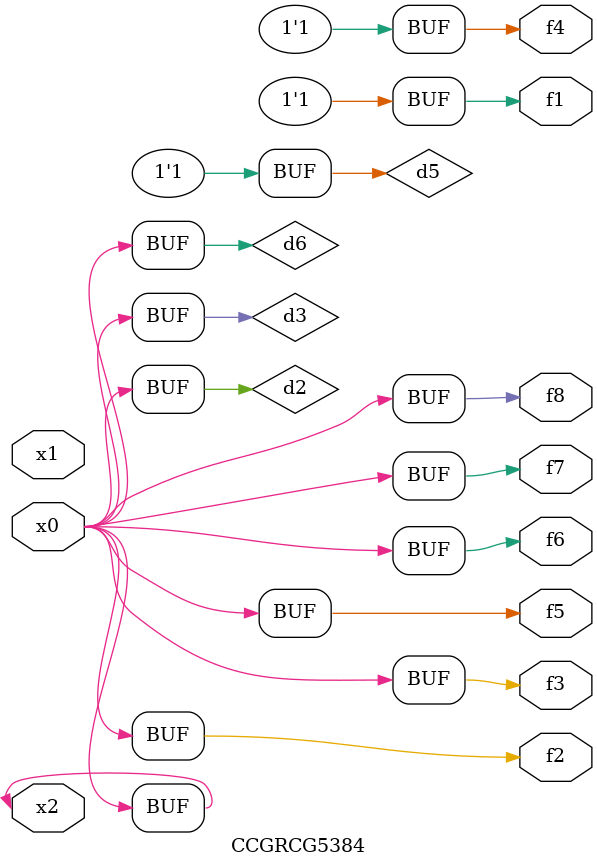
<source format=v>
module CCGRCG5384(
	input x0, x1, x2,
	output f1, f2, f3, f4, f5, f6, f7, f8
);

	wire d1, d2, d3, d4, d5, d6;

	xnor (d1, x2);
	buf (d2, x0, x2);
	and (d3, x0);
	xnor (d4, x1, x2);
	nand (d5, d1, d3);
	buf (d6, d2, d3);
	assign f1 = d5;
	assign f2 = d6;
	assign f3 = d6;
	assign f4 = d5;
	assign f5 = d6;
	assign f6 = d6;
	assign f7 = d6;
	assign f8 = d6;
endmodule

</source>
